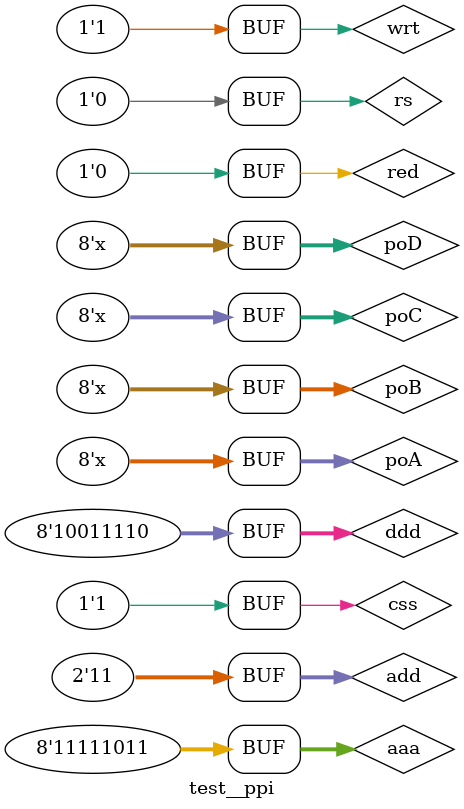
<source format=v>
module ppi__module(reset,cs,rd,wt,address,portA,portB,portC,portD);
input reset,cs,rd,wt;
input [1:0]address;
inout [7:0]portA;
inout [7:0]portB;
inout [7:0]portC;
inout [7:0]portD;
//reg for input or output data
reg [7:0]datasel;//for first D input
reg [7:0]porta;
reg [7:0]portb;
reg [7:0]portc;
reg outa,outb,outc;

//port a inout
assign portD=(datasel[7:5]==3'b100&&datasel[4]==1&&address[1:0]==2'b00&&rd==0&&wt==1) ? porta:8'bzzzzzzzz;
assign portA=(datasel[7:5]==3'b100&&datasel[4]==0&&address[1:0]==2'b00&&rd==1&&wt==0) ? porta:8'bzzzzzzzz;

//port b inout
assign portD=(datasel[7:5]==3'b100&&datasel[1]==1&&address[1:0]==2'b01&&rd==0&&wt==1) ? portb:8'bzzzzzzzz;
assign portB=(datasel[7:5]==3'b100&&datasel[1]==0&&address[1:0]==2'b01&&rd==1&&wt==0) ? portb:8'bzzzzzzzz;

//port c upper inout
assign portD=(datasel[7:5]==3'b100&&datasel[3]==1&&address[1:0]==2'b10&&rd==0&&wt==1) ? portc[7:4]:8'bzzzzzzzz;
assign portC[7:4]=(datasel[7:5]==3'b100&&datasel[3]==0&&address[1:0]==2'b10&&rd==1&&wt==0) ? portc:8'bzzzzzzzz;

//port c lower inout
assign portD=(datasel[7:5]==3'b100&&datasel[0]==1&&address[1:0]==2'b10&&rd==0&&wt==1) ? portc[3:0]:8'bzzzzzzzz;
assign portC[3:0]=(datasel[7:5]==3'b100&&datasel[0]==0&&address[1:0]==2'b10&&rd==1&&wt==0) ? portc:8'bzzzzzzzz;

//BSR mode
assign portC[0]=(datasel[7]==0&&datasel[3:1]==3'b000&&datasel[0]==1) ? 1:1'bz;
assign portC[0]=(datasel[7]==0&&datasel[3:1]==3'b000&&datasel[0]==0) ? 0:1'bz;

assign portC[1]=(datasel[7]==0&&datasel[3:1]==3'b001&&datasel[0]==1) ? 1:1'bz;
assign portC[1]=(datasel[7]==0&&datasel[3:1]==3'b001&&datasel[0]==0) ? 0:1'bz;

assign portC[2]=(datasel[7]==0&&datasel[3:1]==3'b010&&datasel[0]==1) ? 1:1'bz;
assign portC[2]=(datasel[7]==0&&datasel[3:1]==3'b010&&datasel[0]==0) ? 0:1'bz;

assign portC[3]=(datasel[7]==0&&datasel[3:1]==3'b011&&datasel[0]==1) ? 1:1'bz;
assign portC[3]=(datasel[7]==0&&datasel[3:1]==3'b011&&datasel[0]==0) ? 0:1'bz;

assign portC[4]=(datasel[7]==0&&datasel[3:1]==3'b100&&datasel[0]==1) ? 1:1'bz;
assign portC[4]=(datasel[7]==0&&datasel[3:1]==3'b100&&datasel[0]==0) ? 0:1'bz;

assign portC[5]=(datasel[7]==0&&datasel[3:1]==3'b101&&datasel[0]==1) ? 1:1'bz;
assign portC[5]=(datasel[7]==0&&datasel[3:1]==3'b101&&datasel[0]==0) ? 0:1'bz;

assign portC[6]=(datasel[7]==0&&datasel[3:1]==3'b110&&datasel[0]==1) ? 1:1'bz;
assign portC[6]=(datasel[7]==0&&datasel[3:1]==3'b110&&datasel[0]==0) ? 0:1'bz;

assign portC[7]=(datasel[7]==0&&datasel[3:1]==3'b111&&datasel[0]==1) ? 1:1'bz;
assign portC[7]=(datasel[7]==0&&datasel[3:1]==3'b111&&datasel[0]==0) ? 0:1'bz;

always @(*)
begin
if(reset==0)
begin
if(cs==0&&(rd==0||wt==0))
begin
if(address==2'b11&&rd==0&&wt==1)
begin
datasel = portD;
end
if(datasel[7]==1)
begin////
if(datasel[6:5]==2'b00&&datasel[2]==0)
begin//
//port a inout 
if(datasel[6:5]==2'b00&&datasel[4]==1&&address[1:0]==2'b00&&rd==0&&wt==1)
begin
porta=portA;
end
else if(datasel[6:5]==2'b00&&datasel[4]==0&&address[1:0]==2'b00&&rd==1&&wt==0)
begin
porta=portD;
end

//port b inout 
else if(datasel[6:5]==2'b00&&datasel[1]==1&&address[1:0]==2'b01&&rd==0&&wt==1)
begin
portb=portB;
end
else if(datasel[6:5]==2'b00&&datasel[1]==0&&address[1:0]==2'b01&&rd==1&&wt==0)
begin
portb=portD;
end

//port c upper inout 
else if(datasel[6:5]==2'b00&&datasel[3]==1&&address[1:0]==2'b10&&rd==0&&wt==1)
begin
portc[7:4]=portC[7:4];
end
else if(datasel[6:5]==2'b00&&datasel[3]==0&&address[1:0]==2'b10&&rd==1&&wt==0)
begin
portc=portD;
end

//port c lower inout 
else if(datasel[6:5]==2'b00&&datasel[0]==1&&address[1:0]==2'b10&&rd==0&&wt==1)
begin
portc[3:0]=portC[3:0];
end
else if(datasel[6:5]==2'b00&&datasel[0]==0&&address[1:0]==2'b10&&rd==1&&wt==0)
begin
portc=portD;
end

end//

end////
end

end


else //for reset
begin
porta=portA;
portb=portB;
portc=portC;
datasel=portD;
end

end

endmodule 


module test__ppi();
reg rs,css,red,wrt;
reg [1:0]add;
wire [7:0]poA;
wire [7:0]poB;
wire [7:0]poC;
wire [7:0]poD;
reg [7:0]ddd;
reg [7:0]aaa;

assign poD=(add==2'b11&&red==0&&wrt==1&&rs==0&&css==0) ? ddd:8'bzzzzzzzz;

assign poA=(add==2'b00&&red==0&&wrt==1&&ddd[4]==1&&ddd[2]==0&&ddd[7:5]==3'b100&&rs==0&&css==0) ? aaa:8'bzzzzzzzz;
assign poD=(add==2'b00&&red==1&&wrt==0&&ddd[4]==0&&ddd[2]==0&&ddd[7:5]==3'b100&&rs==0&&css==0) ? aaa:8'bzzzzzzzz;

assign poB=(add==2'b01&&red==0&&wrt==1&&ddd[1]==1&&ddd[2]==0&&ddd[7:5]==3'b100&&rs==0&&css==0) ? aaa:8'bzzzzzzzz;
assign poD=(add==2'b01&&red==1&&wrt==0&&ddd[1]==0&&ddd[2]==0&&ddd[7:5]==3'b100&&rs==0&&css==0) ? aaa:8'bzzzzzzzz;

assign poC[7:4]=(add==2'b10&&red==0&&wrt==1&&ddd[3]==1&&ddd[2]==0&&ddd[7:5]==3'b100&&rs==0&&css==0) ? aaa:8'bzzzzzzzz;
assign poD=(add==2'b10&&red==1&&wrt==0&&ddd[3]==0&&ddd[2]==0&&ddd[7:5]==3'b100&&rs==0&&css==0) ? aaa[7:4]:8'bzzzzzzzz;

assign poC[3:0]=(add==2'b10&&red==0&&wrt==1&&ddd[0]==1&&ddd[2]==0&&ddd[7:5]==3'b100&&rs==0&&css==0) ? aaa:8'bzzzzzzzz;
assign poD=(add==2'b10&&red==1&&wrt==0&&ddd[0]==0&&ddd[2]==0&&ddd[7:5]==3'b100&&rs==0&&css==0) ? aaa[3:0]:8'bzzzzzzzz;



initial 
begin
$monitor("D=%b,,,,A=%b,,B=%b,,C=%b",poD,poA,poB,poC);

rs=0;
css=0;
red=0;
wrt=1;
add=2'b11;
ddd=8'b10010000;
#5
$display("mode 0");
$display("1");
rs=0;
css=0;
red=0;
wrt=1;
add=2'b00;
aaa=8'b10101010;

#5
$display("2");
rs=0;
css=0;
red=0;
wrt=1;
add=2'b11;
ddd=8'b10000000;

#5
$display("3");
rs=0;
css=0;
red=1;
wrt=0;
add=2'b00;
aaa=8'b10011001;
#5
$display("4");
rs=0;
css=0;
red=0;
wrt=1;
add=2'b11;
ddd=8'b10010010;
#5
$display("5");
rs=0;
css=0;
red=0;
wrt=1;
add=2'b01;
aaa=8'b10101011;

#5
$display("6");
rs=0;
css=0;
red=0;
wrt=1;
add=2'b11;
ddd=8'b10000000;

#5
$display("7");
rs=0;
css=0;
red=1;
wrt=0;
add=2'b01;
aaa=8'b10011111;

#5
$display("8");
rs=0;
css=0;
red=0;
wrt=1;
add=2'b11;
ddd=8'b10011010;

#5
$display("9");
rs=0;
css=0;
red=0;
wrt=1;
add=2'b10;
aaa=8'b11111011;

#5
$display("10");
rs=0;
css=0;
red=0;
wrt=1;
add=2'b11;
ddd=8'b10010011;

#5
$display("11");
rs=0;
css=0;
red=1;
wrt=0;
add=2'b10;
aaa=8'b11111011;

#5
$display("12");
rs=0;
css=0;
red=0;
wrt=1;
add=2'b11;
ddd=8'b10011010;

#5
$display("13");
rs=0;
css=0;
red=0;
wrt=1;
add=2'b10;
aaa=8'b11111011;

#5
$display("14");
rs=0;
css=0;
red=0;
wrt=1;
add=2'b11;
ddd=8'b10011010;

#5
$display("15");
rs=0;
css=0;
red=1;
wrt=0;
add=2'b10;
aaa=8'b11111011;

#5
$display("BSR mode");
$display("16");//for bsr mode
rs=0;
css=0;
red=0;
wrt=1;
add=2'b11;
ddd=8'b00010000;

#5
$display("17");
rs=0;
css=0;
red=0;
wrt=1;
add=2'b11;
ddd=8'b00010011;

#5
$display("18");
rs=0;
css=0;
red=0;
wrt=1;
add=2'b11;
ddd=8'b00010111;

#5
$display("19");
rs=0;
css=0;
red=0;
wrt=1;
add=2'b11;
ddd=8'b00011110;

#5
$display("reset");
$display("20");//for reset mode
rs=0;
css=1;
red=0;
wrt=1;
add=2'b11;
ddd=8'b10011110;

end
ppi__module ahmed(rs,css,red,wrt,add,poA,poB,poC,poD);
endmodule

</source>
